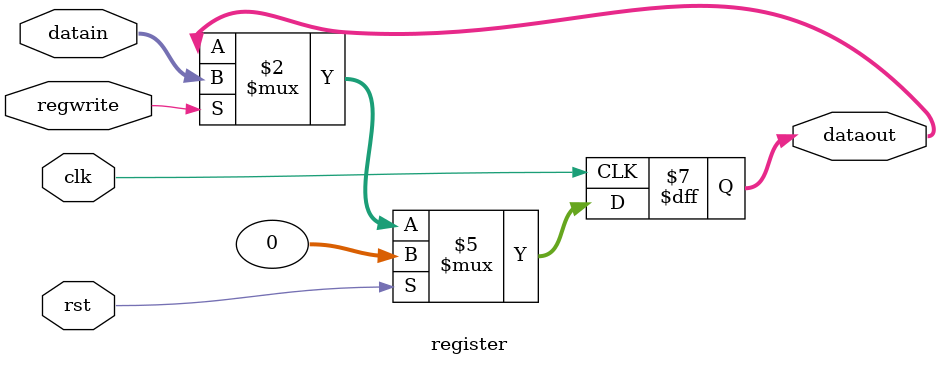
<source format=v>
`timescale 1ns / 1ps
module register(
   input wire clk, 
	input wire rst, 
	input wire regwrite,
	input wire [31:0] datain,
	output reg [31:0] dataout
	);
	always @(posedge clk) begin
		if(rst)dataout<=0;
		else if(regwrite)dataout<=datain;
	end
endmodule

</source>
